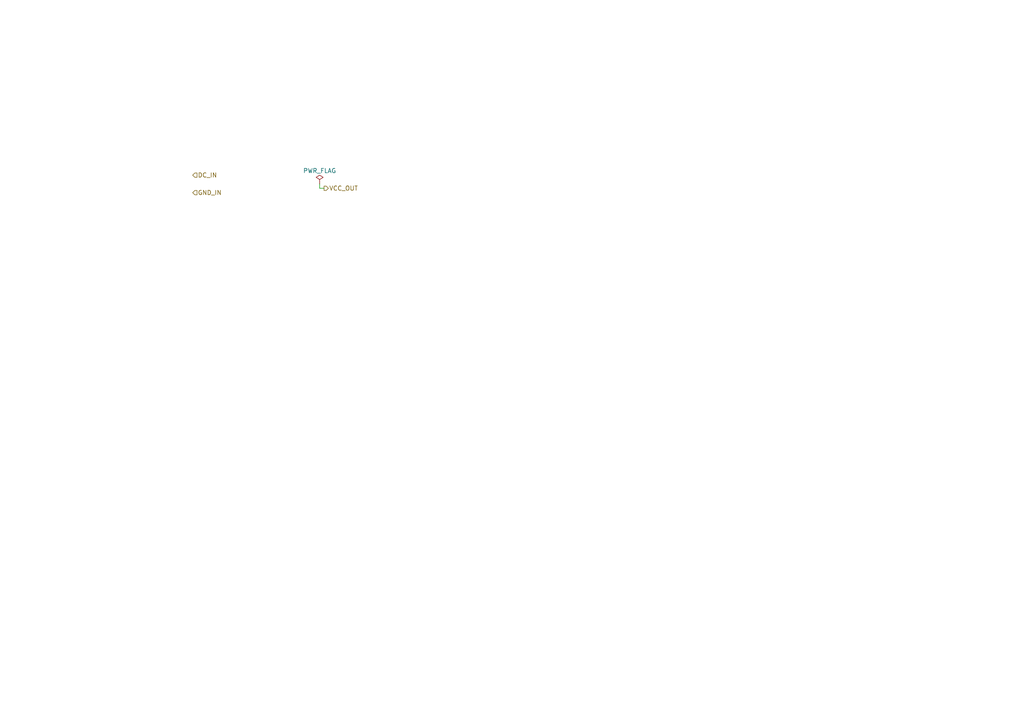
<source format=kicad_sch>
(kicad_sch (version 20231120) (generator "eeschema") (generator_version "8.0")
  (paper "A4")
  (lib_symbols
    (symbol "power:PWR_FLAG" (power) (pin_numbers hide) (pin_names (offset 0) hide)
      (property "Value" "PWR_FLAG" (at 0 3.81 0))
      (symbol "PWR_FLAG_0_0"
        (pin power_out line (at 0 0 90) (length 0) (name "~") (number "1"))
      )
      (symbol "PWR_FLAG_0_1"
        (polyline (pts (xy 0 0) (xy 0 1.27) (xy -1.016 1.905) (xy 0 2.54) (xy 1.016 1.905) (xy 0 1.27)))
      )
    )
  )
  (wire (pts (xy 92.71 53.34) (xy 92.71 54.61)))
  (wire (pts (xy 92.71 54.61) (xy 93.98 54.61)))
  (hierarchical_label "DC_IN" (shape input) (at 55.88 50.8 0))
  (hierarchical_label "VCC_OUT" (shape output) (at 93.98 54.61 0))
  (hierarchical_label "GND_IN" (shape input) (at 55.88 55.88 0))
  (symbol (lib_id "power:PWR_FLAG") (at 92.71 53.34 0) (unit 1)
    (property "Reference" "#FLG0201" (effects (hide yes)))
    (property "Value" "PWR_FLAG" (at 92.71 49.53 0))
    (property "Description" "Special symbol for telling ERC where power comes from" (effects (hide yes)))
  )
)
</source>
